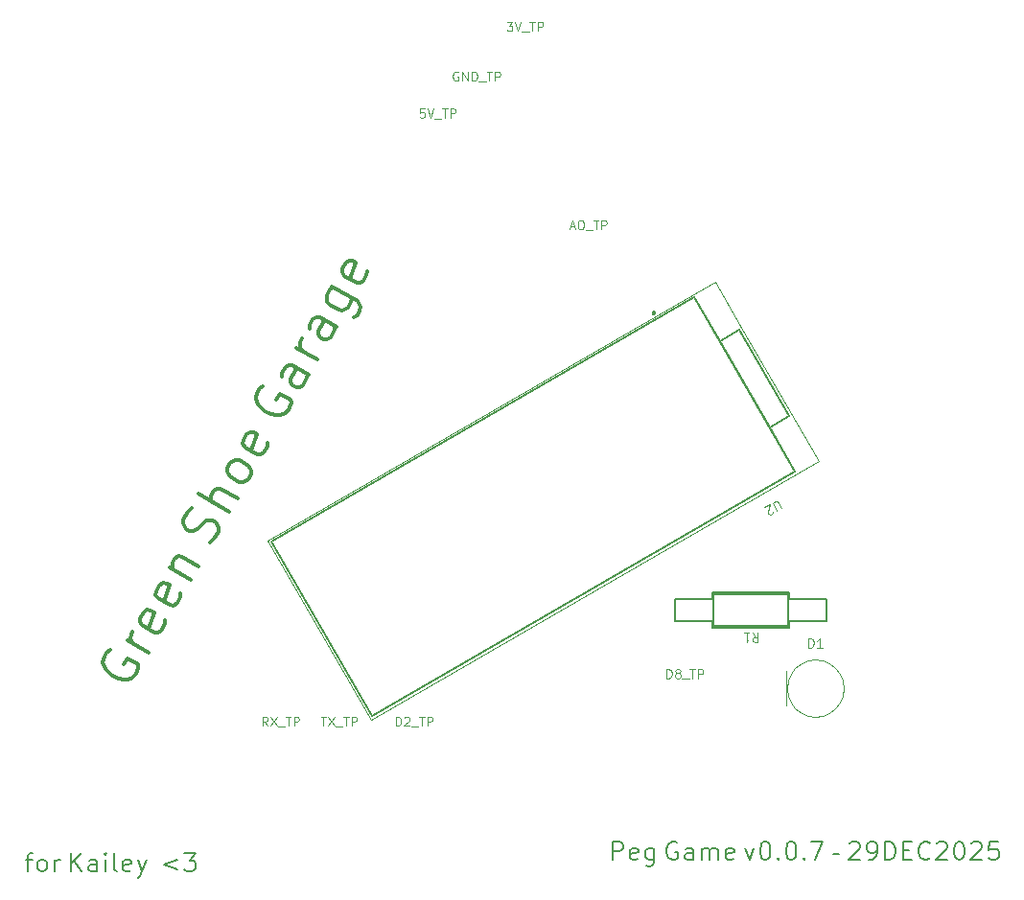
<source format=gbr>
%TF.GenerationSoftware,Flux,Pcbnew,9.0.6-9.0.6~ubuntu22.04.1*%
%TF.CreationDate,2025-12-30T03:11:03+00:00*%
%TF.ProjectId,input,696e7075-742e-46b6-9963-61645f706362,rev?*%
%TF.SameCoordinates,Original*%
%TF.FileFunction,Legend,Top*%
%TF.FilePolarity,Positive*%
%FSLAX46Y46*%
G04 Gerber Fmt 4.6, Leading zero omitted, Abs format (unit mm)*
G04 Filename: pegjumpinggamepcb-179b*
G04 Build it with Flux! Visit our site at: https://www.flux.ai (PCBNEW 9.0.6-9.0.6~ubuntu22.04.1) date 2025-12-30 03:11:03*
%MOMM*%
%LPD*%
G01*
G04 APERTURE LIST*
%ADD10C,0.190000*%
%ADD11C,0.380000*%
%ADD12C,0.095000*%
%ADD13C,0.120000*%
%ADD14C,0.200000*%
%ADD15C,0.127000*%
%ADD16C,0.050000*%
%ADD17C,0.152400*%
G04 APERTURE END LIST*
D10*
X425548880Y-206451943D02*
X426158404Y-206451943D01*
X425777452Y-207518610D02*
X425777452Y-206147181D01*
X425777452Y-206147181D02*
X425853642Y-205994800D01*
X425853642Y-205994800D02*
X426006023Y-205918610D01*
X426006023Y-205918610D02*
X426158404Y-205918610D01*
X426920309Y-207518610D02*
X426767928Y-207442420D01*
X426767928Y-207442420D02*
X426691738Y-207366229D01*
X426691738Y-207366229D02*
X426615547Y-207213848D01*
X426615547Y-207213848D02*
X426615547Y-206756705D01*
X426615547Y-206756705D02*
X426691738Y-206604324D01*
X426691738Y-206604324D02*
X426767928Y-206528134D01*
X426767928Y-206528134D02*
X426920309Y-206451943D01*
X426920309Y-206451943D02*
X427148881Y-206451943D01*
X427148881Y-206451943D02*
X427301262Y-206528134D01*
X427301262Y-206528134D02*
X427377452Y-206604324D01*
X427377452Y-206604324D02*
X427453643Y-206756705D01*
X427453643Y-206756705D02*
X427453643Y-207213848D01*
X427453643Y-207213848D02*
X427377452Y-207366229D01*
X427377452Y-207366229D02*
X427301262Y-207442420D01*
X427301262Y-207442420D02*
X427148881Y-207518610D01*
X427148881Y-207518610D02*
X426920309Y-207518610D01*
X428139357Y-207518610D02*
X428139357Y-206451943D01*
X428139357Y-206756705D02*
X428215547Y-206604324D01*
X428215547Y-206604324D02*
X428291738Y-206528134D01*
X428291738Y-206528134D02*
X428444119Y-206451943D01*
X428444119Y-206451943D02*
X428596500Y-206451943D01*
X429586976Y-207518610D02*
X429586976Y-205918610D01*
X430501262Y-207518610D02*
X429815547Y-206604324D01*
X430501262Y-205918610D02*
X429586976Y-206832896D01*
X431872690Y-207518610D02*
X431872690Y-206680515D01*
X431872690Y-206680515D02*
X431796500Y-206528134D01*
X431796500Y-206528134D02*
X431644119Y-206451943D01*
X431644119Y-206451943D02*
X431339357Y-206451943D01*
X431339357Y-206451943D02*
X431186976Y-206528134D01*
X431872690Y-207442420D02*
X431720309Y-207518610D01*
X431720309Y-207518610D02*
X431339357Y-207518610D01*
X431339357Y-207518610D02*
X431186976Y-207442420D01*
X431186976Y-207442420D02*
X431110785Y-207290039D01*
X431110785Y-207290039D02*
X431110785Y-207137658D01*
X431110785Y-207137658D02*
X431186976Y-206985277D01*
X431186976Y-206985277D02*
X431339357Y-206909086D01*
X431339357Y-206909086D02*
X431720309Y-206909086D01*
X431720309Y-206909086D02*
X431872690Y-206832896D01*
X432634595Y-207518610D02*
X432634595Y-206451943D01*
X432634595Y-205918610D02*
X432558404Y-205994800D01*
X432558404Y-205994800D02*
X432634595Y-206070991D01*
X432634595Y-206070991D02*
X432710785Y-205994800D01*
X432710785Y-205994800D02*
X432634595Y-205918610D01*
X432634595Y-205918610D02*
X432634595Y-206070991D01*
X433625071Y-207518610D02*
X433472690Y-207442420D01*
X433472690Y-207442420D02*
X433396500Y-207290039D01*
X433396500Y-207290039D02*
X433396500Y-205918610D01*
X434844119Y-207442420D02*
X434691738Y-207518610D01*
X434691738Y-207518610D02*
X434386976Y-207518610D01*
X434386976Y-207518610D02*
X434234595Y-207442420D01*
X434234595Y-207442420D02*
X434158404Y-207290039D01*
X434158404Y-207290039D02*
X434158404Y-206680515D01*
X434158404Y-206680515D02*
X434234595Y-206528134D01*
X434234595Y-206528134D02*
X434386976Y-206451943D01*
X434386976Y-206451943D02*
X434691738Y-206451943D01*
X434691738Y-206451943D02*
X434844119Y-206528134D01*
X434844119Y-206528134D02*
X434920309Y-206680515D01*
X434920309Y-206680515D02*
X434920309Y-206832896D01*
X434920309Y-206832896D02*
X434158404Y-206985277D01*
X435453643Y-206451943D02*
X435834595Y-207518610D01*
X436215548Y-206451943D02*
X435834595Y-207518610D01*
X435834595Y-207518610D02*
X435682214Y-207899562D01*
X435682214Y-207899562D02*
X435606024Y-207975753D01*
X435606024Y-207975753D02*
X435453643Y-208051943D01*
X438958406Y-206451943D02*
X437739358Y-206909086D01*
X437739358Y-206909086D02*
X438958406Y-207366229D01*
X439567929Y-205918610D02*
X440558405Y-205918610D01*
X440558405Y-205918610D02*
X440025072Y-206528134D01*
X440025072Y-206528134D02*
X440253643Y-206528134D01*
X440253643Y-206528134D02*
X440406024Y-206604324D01*
X440406024Y-206604324D02*
X440482215Y-206680515D01*
X440482215Y-206680515D02*
X440558405Y-206832896D01*
X440558405Y-206832896D02*
X440558405Y-207213848D01*
X440558405Y-207213848D02*
X440482215Y-207366229D01*
X440482215Y-207366229D02*
X440406024Y-207442420D01*
X440406024Y-207442420D02*
X440253643Y-207518610D01*
X440253643Y-207518610D02*
X439796500Y-207518610D01*
X439796500Y-207518610D02*
X439644119Y-207442420D01*
X439644119Y-207442420D02*
X439567929Y-207366229D01*
D11*
X433005866Y-187984442D02*
X432721520Y-188172183D01*
X432721520Y-188172183D02*
X432492948Y-188568080D01*
X432492948Y-188568080D02*
X432396343Y-189040168D01*
X432396343Y-189040168D02*
X432507893Y-189456480D01*
X432507893Y-189456480D02*
X432695634Y-189740827D01*
X432695634Y-189740827D02*
X433147307Y-190177555D01*
X433147307Y-190177555D02*
X433543204Y-190406126D01*
X433543204Y-190406126D02*
X434147258Y-190578922D01*
X434147258Y-190578922D02*
X434487380Y-190599338D01*
X434487380Y-190599338D02*
X434903692Y-190487787D01*
X434903692Y-190487787D02*
X435264230Y-190168080D01*
X435264230Y-190168080D02*
X435416611Y-189904149D01*
X435416611Y-189904149D02*
X435513216Y-189432061D01*
X435513216Y-189432061D02*
X435457441Y-189223904D01*
X435457441Y-189223904D02*
X434533680Y-188690571D01*
X434533680Y-188690571D02*
X434228919Y-189218434D01*
X436407087Y-188188593D02*
X434559566Y-187121927D01*
X435087429Y-187426689D02*
X434899688Y-187142342D01*
X434899688Y-187142342D02*
X434843913Y-186934186D01*
X434843913Y-186934186D02*
X434864328Y-186594064D01*
X434864328Y-186594064D02*
X435016709Y-186330132D01*
X437875121Y-185341122D02*
X437854706Y-185681244D01*
X437854706Y-185681244D02*
X437549944Y-186209107D01*
X437549944Y-186209107D02*
X437265597Y-186396848D01*
X437265597Y-186396848D02*
X436925475Y-186376433D01*
X436925475Y-186376433D02*
X435869749Y-185766909D01*
X435869749Y-185766909D02*
X435682008Y-185482563D01*
X435682008Y-185482563D02*
X435702423Y-185142440D01*
X435702423Y-185142440D02*
X436007185Y-184614577D01*
X436007185Y-184614577D02*
X436291531Y-184426836D01*
X436291531Y-184426836D02*
X436631653Y-184447251D01*
X436631653Y-184447251D02*
X436895585Y-184599632D01*
X436895585Y-184599632D02*
X436397612Y-186071671D01*
X439246549Y-182965738D02*
X439226134Y-183305860D01*
X439226134Y-183305860D02*
X438921372Y-183833723D01*
X438921372Y-183833723D02*
X438637025Y-184021464D01*
X438637025Y-184021464D02*
X438296903Y-184001049D01*
X438296903Y-184001049D02*
X437241177Y-183391525D01*
X437241177Y-183391525D02*
X437053436Y-183107179D01*
X437053436Y-183107179D02*
X437073851Y-182767057D01*
X437073851Y-182767057D02*
X437378613Y-182239194D01*
X437378613Y-182239194D02*
X437662960Y-182051452D01*
X437662960Y-182051452D02*
X438003082Y-182071868D01*
X438003082Y-182071868D02*
X438267014Y-182224249D01*
X438267014Y-182224249D02*
X437769040Y-183696287D01*
X438292899Y-180655604D02*
X440140420Y-181722271D01*
X438556830Y-180807985D02*
X438501055Y-180599829D01*
X438501055Y-180599829D02*
X438521470Y-180259707D01*
X438521470Y-180259707D02*
X438750042Y-179863810D01*
X438750042Y-179863810D02*
X439034388Y-179676069D01*
X439034388Y-179676069D02*
X439374510Y-179696484D01*
X439374510Y-179696484D02*
X440826134Y-180534579D01*
X441837025Y-178478902D02*
X442197563Y-178159195D01*
X442197563Y-178159195D02*
X442578515Y-177499366D01*
X442578515Y-177499366D02*
X442598930Y-177159244D01*
X442598930Y-177159244D02*
X442543155Y-176951088D01*
X442543155Y-176951088D02*
X442355414Y-176666741D01*
X442355414Y-176666741D02*
X442091482Y-176514360D01*
X442091482Y-176514360D02*
X441751360Y-176493945D01*
X441751360Y-176493945D02*
X441543204Y-176549720D01*
X441543204Y-176549720D02*
X441258857Y-176737461D01*
X441258857Y-176737461D02*
X440822130Y-177189134D01*
X440822130Y-177189134D02*
X440537783Y-177376875D01*
X440537783Y-177376875D02*
X440329627Y-177432650D01*
X440329627Y-177432650D02*
X439989505Y-177412235D01*
X439989505Y-177412235D02*
X439725573Y-177259854D01*
X439725573Y-177259854D02*
X439537832Y-176975507D01*
X439537832Y-176975507D02*
X439482057Y-176767351D01*
X439482057Y-176767351D02*
X439502472Y-176427229D01*
X439502472Y-176427229D02*
X439883424Y-175767400D01*
X439883424Y-175767400D02*
X440243961Y-175447693D01*
X443568991Y-175783811D02*
X440797710Y-174183811D01*
X444254706Y-174596119D02*
X442803082Y-173758024D01*
X442803082Y-173758024D02*
X442462960Y-173737609D01*
X442462960Y-173737609D02*
X442178613Y-173925350D01*
X442178613Y-173925350D02*
X441950042Y-174321247D01*
X441950042Y-174321247D02*
X441929627Y-174661369D01*
X441929627Y-174661369D02*
X441985402Y-174869525D01*
X445245182Y-172880564D02*
X444960835Y-173068305D01*
X444960835Y-173068305D02*
X444752679Y-173124080D01*
X444752679Y-173124080D02*
X444412557Y-173103665D01*
X444412557Y-173103665D02*
X443620762Y-172646522D01*
X443620762Y-172646522D02*
X443433021Y-172362176D01*
X443433021Y-172362176D02*
X443377246Y-172154019D01*
X443377246Y-172154019D02*
X443397661Y-171813897D01*
X443397661Y-171813897D02*
X443626232Y-171418000D01*
X443626232Y-171418000D02*
X443910579Y-171230259D01*
X443910579Y-171230259D02*
X444118735Y-171174484D01*
X444118735Y-171174484D02*
X444458857Y-171194899D01*
X444458857Y-171194899D02*
X445250652Y-171652042D01*
X445250652Y-171652042D02*
X445438393Y-171936388D01*
X445438393Y-171936388D02*
X445494168Y-172144545D01*
X445494168Y-172144545D02*
X445473753Y-172484667D01*
X445473753Y-172484667D02*
X445245182Y-172880564D01*
X446941787Y-169637195D02*
X446921372Y-169977317D01*
X446921372Y-169977317D02*
X446616610Y-170505180D01*
X446616610Y-170505180D02*
X446332263Y-170692921D01*
X446332263Y-170692921D02*
X445992141Y-170672506D01*
X445992141Y-170672506D02*
X444936415Y-170062982D01*
X444936415Y-170062982D02*
X444748674Y-169778635D01*
X444748674Y-169778635D02*
X444769089Y-169438513D01*
X444769089Y-169438513D02*
X445073851Y-168910650D01*
X445073851Y-168910650D02*
X445358198Y-168722909D01*
X445358198Y-168722909D02*
X445698320Y-168743324D01*
X445698320Y-168743324D02*
X445962252Y-168895705D01*
X445962252Y-168895705D02*
X445464278Y-170367744D01*
X446491580Y-164626500D02*
X446207234Y-164814241D01*
X446207234Y-164814241D02*
X445978662Y-165210138D01*
X445978662Y-165210138D02*
X445882057Y-165682226D01*
X445882057Y-165682226D02*
X445993607Y-166098539D01*
X445993607Y-166098539D02*
X446181348Y-166382885D01*
X446181348Y-166382885D02*
X446633021Y-166819613D01*
X446633021Y-166819613D02*
X447028918Y-167048184D01*
X447028918Y-167048184D02*
X447632972Y-167220981D01*
X447632972Y-167220981D02*
X447973094Y-167241396D01*
X447973094Y-167241396D02*
X448389406Y-167129845D01*
X448389406Y-167129845D02*
X448749944Y-166810138D01*
X448749944Y-166810138D02*
X448902325Y-166546207D01*
X448902325Y-166546207D02*
X448998930Y-166074119D01*
X448998930Y-166074119D02*
X448943155Y-165865963D01*
X448943155Y-165865963D02*
X448019394Y-165332629D01*
X448019394Y-165332629D02*
X447714633Y-165860492D01*
X450578515Y-163642960D02*
X449126891Y-162804864D01*
X449126891Y-162804864D02*
X448786769Y-162784449D01*
X448786769Y-162784449D02*
X448502423Y-162972190D01*
X448502423Y-162972190D02*
X448197661Y-163500053D01*
X448197661Y-163500053D02*
X448177246Y-163840175D01*
X450446549Y-163566769D02*
X450426134Y-163906891D01*
X450426134Y-163906891D02*
X450045182Y-164566720D01*
X450045182Y-164566720D02*
X449760835Y-164754461D01*
X449760835Y-164754461D02*
X449420713Y-164734046D01*
X449420713Y-164734046D02*
X449156781Y-164581665D01*
X449156781Y-164581665D02*
X448969040Y-164297318D01*
X448969040Y-164297318D02*
X448989455Y-163957196D01*
X448989455Y-163957196D02*
X449370408Y-163297367D01*
X449370408Y-163297367D02*
X449390823Y-162957245D01*
X451340420Y-162323302D02*
X449492899Y-161256635D01*
X450020762Y-161561397D02*
X449833021Y-161277050D01*
X449833021Y-161277050D02*
X449777246Y-161068894D01*
X449777246Y-161068894D02*
X449797661Y-160728772D01*
X449797661Y-160728772D02*
X449950042Y-160464841D01*
X453016610Y-159420055D02*
X451564986Y-158581960D01*
X451564986Y-158581960D02*
X451224864Y-158561545D01*
X451224864Y-158561545D02*
X450940518Y-158749286D01*
X450940518Y-158749286D02*
X450635756Y-159277149D01*
X450635756Y-159277149D02*
X450615341Y-159617271D01*
X452884644Y-159343865D02*
X452864229Y-159683987D01*
X452864229Y-159683987D02*
X452483277Y-160343816D01*
X452483277Y-160343816D02*
X452198930Y-160531557D01*
X452198930Y-160531557D02*
X451858808Y-160511142D01*
X451858808Y-160511142D02*
X451594876Y-160358761D01*
X451594876Y-160358761D02*
X451407135Y-160074414D01*
X451407135Y-160074414D02*
X451427550Y-159734292D01*
X451427550Y-159734292D02*
X451808503Y-159074463D01*
X451808503Y-159074463D02*
X451828918Y-158734341D01*
X452616708Y-155846039D02*
X454860126Y-157141277D01*
X454860126Y-157141277D02*
X455047867Y-157425624D01*
X455047867Y-157425624D02*
X455103643Y-157633780D01*
X455103643Y-157633780D02*
X455083228Y-157973902D01*
X455083228Y-157973902D02*
X454854656Y-158369799D01*
X454854656Y-158369799D02*
X454570309Y-158557540D01*
X454332263Y-156836515D02*
X454311848Y-157176637D01*
X454311848Y-157176637D02*
X454007086Y-157704500D01*
X454007086Y-157704500D02*
X453722739Y-157892241D01*
X453722739Y-157892241D02*
X453514583Y-157948017D01*
X453514583Y-157948017D02*
X453174461Y-157927601D01*
X453174461Y-157927601D02*
X452382666Y-157470459D01*
X452382666Y-157470459D02*
X452194925Y-157186112D01*
X452194925Y-157186112D02*
X452139150Y-156977956D01*
X452139150Y-156977956D02*
X452159565Y-156637834D01*
X452159565Y-156637834D02*
X452464327Y-156109970D01*
X452464327Y-156109970D02*
X452748674Y-155922229D01*
X455703692Y-154461131D02*
X455683277Y-154801253D01*
X455683277Y-154801253D02*
X455378515Y-155329116D01*
X455378515Y-155329116D02*
X455094168Y-155516857D01*
X455094168Y-155516857D02*
X454754046Y-155496442D01*
X454754046Y-155496442D02*
X453698320Y-154886918D01*
X453698320Y-154886918D02*
X453510579Y-154602572D01*
X453510579Y-154602572D02*
X453530994Y-154262450D01*
X453530994Y-154262450D02*
X453835756Y-153734587D01*
X453835756Y-153734587D02*
X454120102Y-153546846D01*
X454120102Y-153546846D02*
X454460224Y-153567261D01*
X454460224Y-153567261D02*
X454724156Y-153719642D01*
X454724156Y-153719642D02*
X454226183Y-155191680D01*
D10*
X477384752Y-206509310D02*
X477384752Y-204909310D01*
X477384752Y-204909310D02*
X477994276Y-204909310D01*
X477994276Y-204909310D02*
X478146657Y-204985500D01*
X478146657Y-204985500D02*
X478222847Y-205061691D01*
X478222847Y-205061691D02*
X478299038Y-205214072D01*
X478299038Y-205214072D02*
X478299038Y-205442643D01*
X478299038Y-205442643D02*
X478222847Y-205595024D01*
X478222847Y-205595024D02*
X478146657Y-205671215D01*
X478146657Y-205671215D02*
X477994276Y-205747405D01*
X477994276Y-205747405D02*
X477384752Y-205747405D01*
X479594276Y-206433120D02*
X479441895Y-206509310D01*
X479441895Y-206509310D02*
X479137133Y-206509310D01*
X479137133Y-206509310D02*
X478984752Y-206433120D01*
X478984752Y-206433120D02*
X478908561Y-206280739D01*
X478908561Y-206280739D02*
X478908561Y-205671215D01*
X478908561Y-205671215D02*
X478984752Y-205518834D01*
X478984752Y-205518834D02*
X479137133Y-205442643D01*
X479137133Y-205442643D02*
X479441895Y-205442643D01*
X479441895Y-205442643D02*
X479594276Y-205518834D01*
X479594276Y-205518834D02*
X479670466Y-205671215D01*
X479670466Y-205671215D02*
X479670466Y-205823596D01*
X479670466Y-205823596D02*
X478908561Y-205975977D01*
X481041895Y-205442643D02*
X481041895Y-206737881D01*
X481041895Y-206737881D02*
X480965705Y-206890262D01*
X480965705Y-206890262D02*
X480889514Y-206966453D01*
X480889514Y-206966453D02*
X480737133Y-207042643D01*
X480737133Y-207042643D02*
X480508562Y-207042643D01*
X480508562Y-207042643D02*
X480356181Y-206966453D01*
X481041895Y-206433120D02*
X480889514Y-206509310D01*
X480889514Y-206509310D02*
X480584752Y-206509310D01*
X480584752Y-206509310D02*
X480432371Y-206433120D01*
X480432371Y-206433120D02*
X480356181Y-206356929D01*
X480356181Y-206356929D02*
X480279990Y-206204548D01*
X480279990Y-206204548D02*
X480279990Y-205747405D01*
X480279990Y-205747405D02*
X480356181Y-205595024D01*
X480356181Y-205595024D02*
X480432371Y-205518834D01*
X480432371Y-205518834D02*
X480584752Y-205442643D01*
X480584752Y-205442643D02*
X480889514Y-205442643D01*
X480889514Y-205442643D02*
X481041895Y-205518834D01*
X483099038Y-204985500D02*
X482946657Y-204909310D01*
X482946657Y-204909310D02*
X482718086Y-204909310D01*
X482718086Y-204909310D02*
X482489514Y-204985500D01*
X482489514Y-204985500D02*
X482337133Y-205137881D01*
X482337133Y-205137881D02*
X482260943Y-205290262D01*
X482260943Y-205290262D02*
X482184752Y-205595024D01*
X482184752Y-205595024D02*
X482184752Y-205823596D01*
X482184752Y-205823596D02*
X482260943Y-206128358D01*
X482260943Y-206128358D02*
X482337133Y-206280739D01*
X482337133Y-206280739D02*
X482489514Y-206433120D01*
X482489514Y-206433120D02*
X482718086Y-206509310D01*
X482718086Y-206509310D02*
X482870467Y-206509310D01*
X482870467Y-206509310D02*
X483099038Y-206433120D01*
X483099038Y-206433120D02*
X483175229Y-206356929D01*
X483175229Y-206356929D02*
X483175229Y-205823596D01*
X483175229Y-205823596D02*
X482870467Y-205823596D01*
X484546657Y-206509310D02*
X484546657Y-205671215D01*
X484546657Y-205671215D02*
X484470467Y-205518834D01*
X484470467Y-205518834D02*
X484318086Y-205442643D01*
X484318086Y-205442643D02*
X484013324Y-205442643D01*
X484013324Y-205442643D02*
X483860943Y-205518834D01*
X484546657Y-206433120D02*
X484394276Y-206509310D01*
X484394276Y-206509310D02*
X484013324Y-206509310D01*
X484013324Y-206509310D02*
X483860943Y-206433120D01*
X483860943Y-206433120D02*
X483784752Y-206280739D01*
X483784752Y-206280739D02*
X483784752Y-206128358D01*
X483784752Y-206128358D02*
X483860943Y-205975977D01*
X483860943Y-205975977D02*
X484013324Y-205899786D01*
X484013324Y-205899786D02*
X484394276Y-205899786D01*
X484394276Y-205899786D02*
X484546657Y-205823596D01*
X485308562Y-206509310D02*
X485308562Y-205442643D01*
X485308562Y-205595024D02*
X485384752Y-205518834D01*
X485384752Y-205518834D02*
X485537133Y-205442643D01*
X485537133Y-205442643D02*
X485765705Y-205442643D01*
X485765705Y-205442643D02*
X485918086Y-205518834D01*
X485918086Y-205518834D02*
X485994276Y-205671215D01*
X485994276Y-205671215D02*
X485994276Y-206509310D01*
X485994276Y-205671215D02*
X486070467Y-205518834D01*
X486070467Y-205518834D02*
X486222848Y-205442643D01*
X486222848Y-205442643D02*
X486451419Y-205442643D01*
X486451419Y-205442643D02*
X486603800Y-205518834D01*
X486603800Y-205518834D02*
X486679990Y-205671215D01*
X486679990Y-205671215D02*
X486679990Y-206509310D01*
X488051419Y-206433120D02*
X487899038Y-206509310D01*
X487899038Y-206509310D02*
X487594276Y-206509310D01*
X487594276Y-206509310D02*
X487441895Y-206433120D01*
X487441895Y-206433120D02*
X487365704Y-206280739D01*
X487365704Y-206280739D02*
X487365704Y-205671215D01*
X487365704Y-205671215D02*
X487441895Y-205518834D01*
X487441895Y-205518834D02*
X487594276Y-205442643D01*
X487594276Y-205442643D02*
X487899038Y-205442643D01*
X487899038Y-205442643D02*
X488051419Y-205518834D01*
X488051419Y-205518834D02*
X488127609Y-205671215D01*
X488127609Y-205671215D02*
X488127609Y-205823596D01*
X488127609Y-205823596D02*
X487365704Y-205975977D01*
X489118086Y-205442643D02*
X489499038Y-206509310D01*
X489499038Y-206509310D02*
X489879991Y-205442643D01*
X490794277Y-204909310D02*
X490946658Y-204909310D01*
X490946658Y-204909310D02*
X491099039Y-204985500D01*
X491099039Y-204985500D02*
X491175229Y-205061691D01*
X491175229Y-205061691D02*
X491251420Y-205214072D01*
X491251420Y-205214072D02*
X491327610Y-205518834D01*
X491327610Y-205518834D02*
X491327610Y-205899786D01*
X491327610Y-205899786D02*
X491251420Y-206204548D01*
X491251420Y-206204548D02*
X491175229Y-206356929D01*
X491175229Y-206356929D02*
X491099039Y-206433120D01*
X491099039Y-206433120D02*
X490946658Y-206509310D01*
X490946658Y-206509310D02*
X490794277Y-206509310D01*
X490794277Y-206509310D02*
X490641896Y-206433120D01*
X490641896Y-206433120D02*
X490565705Y-206356929D01*
X490565705Y-206356929D02*
X490489515Y-206204548D01*
X490489515Y-206204548D02*
X490413324Y-205899786D01*
X490413324Y-205899786D02*
X490413324Y-205518834D01*
X490413324Y-205518834D02*
X490489515Y-205214072D01*
X490489515Y-205214072D02*
X490565705Y-205061691D01*
X490565705Y-205061691D02*
X490641896Y-204985500D01*
X490641896Y-204985500D02*
X490794277Y-204909310D01*
X492013325Y-206356929D02*
X492089515Y-206433120D01*
X492089515Y-206433120D02*
X492013325Y-206509310D01*
X492013325Y-206509310D02*
X491937134Y-206433120D01*
X491937134Y-206433120D02*
X492013325Y-206356929D01*
X492013325Y-206356929D02*
X492013325Y-206509310D01*
X493079992Y-204909310D02*
X493232373Y-204909310D01*
X493232373Y-204909310D02*
X493384754Y-204985500D01*
X493384754Y-204985500D02*
X493460944Y-205061691D01*
X493460944Y-205061691D02*
X493537135Y-205214072D01*
X493537135Y-205214072D02*
X493613325Y-205518834D01*
X493613325Y-205518834D02*
X493613325Y-205899786D01*
X493613325Y-205899786D02*
X493537135Y-206204548D01*
X493537135Y-206204548D02*
X493460944Y-206356929D01*
X493460944Y-206356929D02*
X493384754Y-206433120D01*
X493384754Y-206433120D02*
X493232373Y-206509310D01*
X493232373Y-206509310D02*
X493079992Y-206509310D01*
X493079992Y-206509310D02*
X492927611Y-206433120D01*
X492927611Y-206433120D02*
X492851420Y-206356929D01*
X492851420Y-206356929D02*
X492775230Y-206204548D01*
X492775230Y-206204548D02*
X492699039Y-205899786D01*
X492699039Y-205899786D02*
X492699039Y-205518834D01*
X492699039Y-205518834D02*
X492775230Y-205214072D01*
X492775230Y-205214072D02*
X492851420Y-205061691D01*
X492851420Y-205061691D02*
X492927611Y-204985500D01*
X492927611Y-204985500D02*
X493079992Y-204909310D01*
X494299040Y-206356929D02*
X494375230Y-206433120D01*
X494375230Y-206433120D02*
X494299040Y-206509310D01*
X494299040Y-206509310D02*
X494222849Y-206433120D01*
X494222849Y-206433120D02*
X494299040Y-206356929D01*
X494299040Y-206356929D02*
X494299040Y-206509310D01*
X494908564Y-204909310D02*
X495975231Y-204909310D01*
X495975231Y-204909310D02*
X495289516Y-206509310D01*
X496889517Y-205975977D02*
X497346660Y-205975977D01*
X498337136Y-205061691D02*
X498413327Y-204985500D01*
X498413327Y-204985500D02*
X498565708Y-204909310D01*
X498565708Y-204909310D02*
X498946660Y-204909310D01*
X498946660Y-204909310D02*
X499099041Y-204985500D01*
X499099041Y-204985500D02*
X499175232Y-205061691D01*
X499175232Y-205061691D02*
X499251422Y-205214072D01*
X499251422Y-205214072D02*
X499251422Y-205366453D01*
X499251422Y-205366453D02*
X499175232Y-205595024D01*
X499175232Y-205595024D02*
X498260946Y-206509310D01*
X498260946Y-206509310D02*
X499251422Y-206509310D01*
X500013327Y-206509310D02*
X500318089Y-206509310D01*
X500318089Y-206509310D02*
X500470470Y-206433120D01*
X500470470Y-206433120D02*
X500546661Y-206356929D01*
X500546661Y-206356929D02*
X500699042Y-206128358D01*
X500699042Y-206128358D02*
X500775232Y-205823596D01*
X500775232Y-205823596D02*
X500775232Y-205214072D01*
X500775232Y-205214072D02*
X500699042Y-205061691D01*
X500699042Y-205061691D02*
X500622851Y-204985500D01*
X500622851Y-204985500D02*
X500470470Y-204909310D01*
X500470470Y-204909310D02*
X500165708Y-204909310D01*
X500165708Y-204909310D02*
X500013327Y-204985500D01*
X500013327Y-204985500D02*
X499937137Y-205061691D01*
X499937137Y-205061691D02*
X499860946Y-205214072D01*
X499860946Y-205214072D02*
X499860946Y-205595024D01*
X499860946Y-205595024D02*
X499937137Y-205747405D01*
X499937137Y-205747405D02*
X500013327Y-205823596D01*
X500013327Y-205823596D02*
X500165708Y-205899786D01*
X500165708Y-205899786D02*
X500470470Y-205899786D01*
X500470470Y-205899786D02*
X500622851Y-205823596D01*
X500622851Y-205823596D02*
X500699042Y-205747405D01*
X500699042Y-205747405D02*
X500775232Y-205595024D01*
X501460947Y-206509310D02*
X501460947Y-204909310D01*
X501460947Y-204909310D02*
X501841899Y-204909310D01*
X501841899Y-204909310D02*
X502070471Y-204985500D01*
X502070471Y-204985500D02*
X502222852Y-205137881D01*
X502222852Y-205137881D02*
X502299042Y-205290262D01*
X502299042Y-205290262D02*
X502375233Y-205595024D01*
X502375233Y-205595024D02*
X502375233Y-205823596D01*
X502375233Y-205823596D02*
X502299042Y-206128358D01*
X502299042Y-206128358D02*
X502222852Y-206280739D01*
X502222852Y-206280739D02*
X502070471Y-206433120D01*
X502070471Y-206433120D02*
X501841899Y-206509310D01*
X501841899Y-206509310D02*
X501460947Y-206509310D01*
X503060947Y-205671215D02*
X503594280Y-205671215D01*
X503822852Y-206509310D02*
X503060947Y-206509310D01*
X503060947Y-206509310D02*
X503060947Y-204909310D01*
X503060947Y-204909310D02*
X503822852Y-204909310D01*
X505422852Y-206356929D02*
X505346661Y-206433120D01*
X505346661Y-206433120D02*
X505118090Y-206509310D01*
X505118090Y-206509310D02*
X504965709Y-206509310D01*
X504965709Y-206509310D02*
X504737137Y-206433120D01*
X504737137Y-206433120D02*
X504584756Y-206280739D01*
X504584756Y-206280739D02*
X504508566Y-206128358D01*
X504508566Y-206128358D02*
X504432375Y-205823596D01*
X504432375Y-205823596D02*
X504432375Y-205595024D01*
X504432375Y-205595024D02*
X504508566Y-205290262D01*
X504508566Y-205290262D02*
X504584756Y-205137881D01*
X504584756Y-205137881D02*
X504737137Y-204985500D01*
X504737137Y-204985500D02*
X504965709Y-204909310D01*
X504965709Y-204909310D02*
X505118090Y-204909310D01*
X505118090Y-204909310D02*
X505346661Y-204985500D01*
X505346661Y-204985500D02*
X505422852Y-205061691D01*
X506032375Y-205061691D02*
X506108566Y-204985500D01*
X506108566Y-204985500D02*
X506260947Y-204909310D01*
X506260947Y-204909310D02*
X506641899Y-204909310D01*
X506641899Y-204909310D02*
X506794280Y-204985500D01*
X506794280Y-204985500D02*
X506870471Y-205061691D01*
X506870471Y-205061691D02*
X506946661Y-205214072D01*
X506946661Y-205214072D02*
X506946661Y-205366453D01*
X506946661Y-205366453D02*
X506870471Y-205595024D01*
X506870471Y-205595024D02*
X505956185Y-206509310D01*
X505956185Y-206509310D02*
X506946661Y-206509310D01*
X507937138Y-204909310D02*
X508089519Y-204909310D01*
X508089519Y-204909310D02*
X508241900Y-204985500D01*
X508241900Y-204985500D02*
X508318090Y-205061691D01*
X508318090Y-205061691D02*
X508394281Y-205214072D01*
X508394281Y-205214072D02*
X508470471Y-205518834D01*
X508470471Y-205518834D02*
X508470471Y-205899786D01*
X508470471Y-205899786D02*
X508394281Y-206204548D01*
X508394281Y-206204548D02*
X508318090Y-206356929D01*
X508318090Y-206356929D02*
X508241900Y-206433120D01*
X508241900Y-206433120D02*
X508089519Y-206509310D01*
X508089519Y-206509310D02*
X507937138Y-206509310D01*
X507937138Y-206509310D02*
X507784757Y-206433120D01*
X507784757Y-206433120D02*
X507708566Y-206356929D01*
X507708566Y-206356929D02*
X507632376Y-206204548D01*
X507632376Y-206204548D02*
X507556185Y-205899786D01*
X507556185Y-205899786D02*
X507556185Y-205518834D01*
X507556185Y-205518834D02*
X507632376Y-205214072D01*
X507632376Y-205214072D02*
X507708566Y-205061691D01*
X507708566Y-205061691D02*
X507784757Y-204985500D01*
X507784757Y-204985500D02*
X507937138Y-204909310D01*
X509079995Y-205061691D02*
X509156186Y-204985500D01*
X509156186Y-204985500D02*
X509308567Y-204909310D01*
X509308567Y-204909310D02*
X509689519Y-204909310D01*
X509689519Y-204909310D02*
X509841900Y-204985500D01*
X509841900Y-204985500D02*
X509918091Y-205061691D01*
X509918091Y-205061691D02*
X509994281Y-205214072D01*
X509994281Y-205214072D02*
X509994281Y-205366453D01*
X509994281Y-205366453D02*
X509918091Y-205595024D01*
X509918091Y-205595024D02*
X509003805Y-206509310D01*
X509003805Y-206509310D02*
X509994281Y-206509310D01*
X511441901Y-204909310D02*
X510679996Y-204909310D01*
X510679996Y-204909310D02*
X510603805Y-205671215D01*
X510603805Y-205671215D02*
X510679996Y-205595024D01*
X510679996Y-205595024D02*
X510832377Y-205518834D01*
X510832377Y-205518834D02*
X511213329Y-205518834D01*
X511213329Y-205518834D02*
X511365710Y-205595024D01*
X511365710Y-205595024D02*
X511441901Y-205671215D01*
X511441901Y-205671215D02*
X511518091Y-205823596D01*
X511518091Y-205823596D02*
X511518091Y-206204548D01*
X511518091Y-206204548D02*
X511441901Y-206356929D01*
X511441901Y-206356929D02*
X511365710Y-206433120D01*
X511365710Y-206433120D02*
X511213329Y-206509310D01*
X511213329Y-206509310D02*
X510832377Y-206509310D01*
X510832377Y-206509310D02*
X510679996Y-206433120D01*
X510679996Y-206433120D02*
X510603805Y-206356929D01*
D12*
X482157800Y-190446555D02*
X482157800Y-189646555D01*
X482157800Y-189646555D02*
X482348276Y-189646555D01*
X482348276Y-189646555D02*
X482462562Y-189684650D01*
X482462562Y-189684650D02*
X482538752Y-189760840D01*
X482538752Y-189760840D02*
X482576847Y-189837031D01*
X482576847Y-189837031D02*
X482614943Y-189989412D01*
X482614943Y-189989412D02*
X482614943Y-190103698D01*
X482614943Y-190103698D02*
X482576847Y-190256079D01*
X482576847Y-190256079D02*
X482538752Y-190332269D01*
X482538752Y-190332269D02*
X482462562Y-190408460D01*
X482462562Y-190408460D02*
X482348276Y-190446555D01*
X482348276Y-190446555D02*
X482157800Y-190446555D01*
X483072085Y-189989412D02*
X482995895Y-189951317D01*
X482995895Y-189951317D02*
X482957800Y-189913221D01*
X482957800Y-189913221D02*
X482919704Y-189837031D01*
X482919704Y-189837031D02*
X482919704Y-189798936D01*
X482919704Y-189798936D02*
X482957800Y-189722745D01*
X482957800Y-189722745D02*
X482995895Y-189684650D01*
X482995895Y-189684650D02*
X483072085Y-189646555D01*
X483072085Y-189646555D02*
X483224466Y-189646555D01*
X483224466Y-189646555D02*
X483300657Y-189684650D01*
X483300657Y-189684650D02*
X483338752Y-189722745D01*
X483338752Y-189722745D02*
X483376847Y-189798936D01*
X483376847Y-189798936D02*
X483376847Y-189837031D01*
X483376847Y-189837031D02*
X483338752Y-189913221D01*
X483338752Y-189913221D02*
X483300657Y-189951317D01*
X483300657Y-189951317D02*
X483224466Y-189989412D01*
X483224466Y-189989412D02*
X483072085Y-189989412D01*
X483072085Y-189989412D02*
X482995895Y-190027507D01*
X482995895Y-190027507D02*
X482957800Y-190065602D01*
X482957800Y-190065602D02*
X482919704Y-190141793D01*
X482919704Y-190141793D02*
X482919704Y-190294174D01*
X482919704Y-190294174D02*
X482957800Y-190370364D01*
X482957800Y-190370364D02*
X482995895Y-190408460D01*
X482995895Y-190408460D02*
X483072085Y-190446555D01*
X483072085Y-190446555D02*
X483224466Y-190446555D01*
X483224466Y-190446555D02*
X483300657Y-190408460D01*
X483300657Y-190408460D02*
X483338752Y-190370364D01*
X483338752Y-190370364D02*
X483376847Y-190294174D01*
X483376847Y-190294174D02*
X483376847Y-190141793D01*
X483376847Y-190141793D02*
X483338752Y-190065602D01*
X483338752Y-190065602D02*
X483300657Y-190027507D01*
X483300657Y-190027507D02*
X483224466Y-189989412D01*
X483529229Y-190522745D02*
X484138752Y-190522745D01*
X484214943Y-189646555D02*
X484672086Y-189646555D01*
X484443514Y-190446555D02*
X484443514Y-189646555D01*
X484938753Y-190446555D02*
X484938753Y-189646555D01*
X484938753Y-189646555D02*
X485243515Y-189646555D01*
X485243515Y-189646555D02*
X485319705Y-189684650D01*
X485319705Y-189684650D02*
X485357800Y-189722745D01*
X485357800Y-189722745D02*
X485395896Y-189798936D01*
X485395896Y-189798936D02*
X485395896Y-189913221D01*
X485395896Y-189913221D02*
X485357800Y-189989412D01*
X485357800Y-189989412D02*
X485319705Y-190027507D01*
X485319705Y-190027507D02*
X485243515Y-190065602D01*
X485243515Y-190065602D02*
X484938753Y-190065602D01*
X494704824Y-187732855D02*
X494704824Y-186932855D01*
X494704824Y-186932855D02*
X494895300Y-186932855D01*
X494895300Y-186932855D02*
X495009586Y-186970950D01*
X495009586Y-186970950D02*
X495085776Y-187047140D01*
X495085776Y-187047140D02*
X495123871Y-187123331D01*
X495123871Y-187123331D02*
X495161967Y-187275712D01*
X495161967Y-187275712D02*
X495161967Y-187389998D01*
X495161967Y-187389998D02*
X495123871Y-187542379D01*
X495123871Y-187542379D02*
X495085776Y-187618569D01*
X495085776Y-187618569D02*
X495009586Y-187694760D01*
X495009586Y-187694760D02*
X494895300Y-187732855D01*
X494895300Y-187732855D02*
X494704824Y-187732855D01*
X495923871Y-187732855D02*
X495466728Y-187732855D01*
X495695300Y-187732855D02*
X495695300Y-186932855D01*
X495695300Y-186932855D02*
X495619109Y-187047140D01*
X495619109Y-187047140D02*
X495542919Y-187123331D01*
X495542919Y-187123331D02*
X495466728Y-187161426D01*
X463761252Y-136928250D02*
X463685062Y-136890155D01*
X463685062Y-136890155D02*
X463570776Y-136890155D01*
X463570776Y-136890155D02*
X463456490Y-136928250D01*
X463456490Y-136928250D02*
X463380300Y-137004440D01*
X463380300Y-137004440D02*
X463342205Y-137080631D01*
X463342205Y-137080631D02*
X463304109Y-137233012D01*
X463304109Y-137233012D02*
X463304109Y-137347298D01*
X463304109Y-137347298D02*
X463342205Y-137499679D01*
X463342205Y-137499679D02*
X463380300Y-137575869D01*
X463380300Y-137575869D02*
X463456490Y-137652060D01*
X463456490Y-137652060D02*
X463570776Y-137690155D01*
X463570776Y-137690155D02*
X463646967Y-137690155D01*
X463646967Y-137690155D02*
X463761252Y-137652060D01*
X463761252Y-137652060D02*
X463799348Y-137613964D01*
X463799348Y-137613964D02*
X463799348Y-137347298D01*
X463799348Y-137347298D02*
X463646967Y-137347298D01*
X464142205Y-137690155D02*
X464142205Y-136890155D01*
X464142205Y-136890155D02*
X464599348Y-137690155D01*
X464599348Y-137690155D02*
X464599348Y-136890155D01*
X464980300Y-137690155D02*
X464980300Y-136890155D01*
X464980300Y-136890155D02*
X465170776Y-136890155D01*
X465170776Y-136890155D02*
X465285062Y-136928250D01*
X465285062Y-136928250D02*
X465361252Y-137004440D01*
X465361252Y-137004440D02*
X465399347Y-137080631D01*
X465399347Y-137080631D02*
X465437443Y-137233012D01*
X465437443Y-137233012D02*
X465437443Y-137347298D01*
X465437443Y-137347298D02*
X465399347Y-137499679D01*
X465399347Y-137499679D02*
X465361252Y-137575869D01*
X465361252Y-137575869D02*
X465285062Y-137652060D01*
X465285062Y-137652060D02*
X465170776Y-137690155D01*
X465170776Y-137690155D02*
X464980300Y-137690155D01*
X465589824Y-137766345D02*
X466199347Y-137766345D01*
X466275538Y-136890155D02*
X466732681Y-136890155D01*
X466504109Y-137690155D02*
X466504109Y-136890155D01*
X466999348Y-137690155D02*
X466999348Y-136890155D01*
X466999348Y-136890155D02*
X467304110Y-136890155D01*
X467304110Y-136890155D02*
X467380300Y-136928250D01*
X467380300Y-136928250D02*
X467418395Y-136966345D01*
X467418395Y-136966345D02*
X467456491Y-137042536D01*
X467456491Y-137042536D02*
X467456491Y-137156821D01*
X467456491Y-137156821D02*
X467418395Y-137233012D01*
X467418395Y-137233012D02*
X467380300Y-137271107D01*
X467380300Y-137271107D02*
X467304110Y-137309202D01*
X467304110Y-137309202D02*
X466999348Y-137309202D01*
X492305100Y-175410234D02*
X491981290Y-174849380D01*
X491981290Y-174849380D02*
X491910204Y-174802444D01*
X491910204Y-174802444D02*
X491858165Y-174788501D01*
X491858165Y-174788501D02*
X491773134Y-174793604D01*
X491773134Y-174793604D02*
X491641168Y-174869795D01*
X491641168Y-174869795D02*
X491594233Y-174940882D01*
X491594233Y-174940882D02*
X491580289Y-174992921D01*
X491580289Y-174992921D02*
X491585393Y-175077951D01*
X491585393Y-175077951D02*
X491909203Y-175638806D01*
X491574185Y-175744251D02*
X491560241Y-175796290D01*
X491560241Y-175796290D02*
X491513306Y-175867377D01*
X491513306Y-175867377D02*
X491348348Y-175962615D01*
X491348348Y-175962615D02*
X491263318Y-175967719D01*
X491263318Y-175967719D02*
X491211279Y-175953775D01*
X491211279Y-175953775D02*
X491140192Y-175906840D01*
X491140192Y-175906840D02*
X491102097Y-175840857D01*
X491102097Y-175840857D02*
X491077945Y-175722835D01*
X491077945Y-175722835D02*
X491245271Y-175098366D01*
X491245271Y-175098366D02*
X490816383Y-175345985D01*
X473634652Y-150560883D02*
X474015605Y-150560883D01*
X473558462Y-150789455D02*
X473825129Y-149989455D01*
X473825129Y-149989455D02*
X474091795Y-150789455D01*
X474510843Y-149989455D02*
X474663224Y-149989455D01*
X474663224Y-149989455D02*
X474739414Y-150027550D01*
X474739414Y-150027550D02*
X474815605Y-150103740D01*
X474815605Y-150103740D02*
X474853700Y-150256121D01*
X474853700Y-150256121D02*
X474853700Y-150522788D01*
X474853700Y-150522788D02*
X474815605Y-150675169D01*
X474815605Y-150675169D02*
X474739414Y-150751360D01*
X474739414Y-150751360D02*
X474663224Y-150789455D01*
X474663224Y-150789455D02*
X474510843Y-150789455D01*
X474510843Y-150789455D02*
X474434652Y-150751360D01*
X474434652Y-150751360D02*
X474358462Y-150675169D01*
X474358462Y-150675169D02*
X474320366Y-150522788D01*
X474320366Y-150522788D02*
X474320366Y-150256121D01*
X474320366Y-150256121D02*
X474358462Y-150103740D01*
X474358462Y-150103740D02*
X474434652Y-150027550D01*
X474434652Y-150027550D02*
X474510843Y-149989455D01*
X475006081Y-150865645D02*
X475615604Y-150865645D01*
X475691795Y-149989455D02*
X476148938Y-149989455D01*
X475920366Y-150789455D02*
X475920366Y-149989455D01*
X476415605Y-150789455D02*
X476415605Y-149989455D01*
X476415605Y-149989455D02*
X476720367Y-149989455D01*
X476720367Y-149989455D02*
X476796557Y-150027550D01*
X476796557Y-150027550D02*
X476834652Y-150065645D01*
X476834652Y-150065645D02*
X476872748Y-150141836D01*
X476872748Y-150141836D02*
X476872748Y-150256121D01*
X476872748Y-150256121D02*
X476834652Y-150332312D01*
X476834652Y-150332312D02*
X476796557Y-150370407D01*
X476796557Y-150370407D02*
X476720367Y-150408502D01*
X476720367Y-150408502D02*
X476415605Y-150408502D01*
X451637652Y-193861855D02*
X452094795Y-193861855D01*
X451866223Y-194661855D02*
X451866223Y-193861855D01*
X452285271Y-193861855D02*
X452818605Y-194661855D01*
X452818605Y-193861855D02*
X452285271Y-194661855D01*
X452932891Y-194738045D02*
X453542414Y-194738045D01*
X453618605Y-193861855D02*
X454075748Y-193861855D01*
X453847176Y-194661855D02*
X453847176Y-193861855D01*
X454342415Y-194661855D02*
X454342415Y-193861855D01*
X454342415Y-193861855D02*
X454647177Y-193861855D01*
X454647177Y-193861855D02*
X454723367Y-193899950D01*
X454723367Y-193899950D02*
X454761462Y-193938045D01*
X454761462Y-193938045D02*
X454799558Y-194014236D01*
X454799558Y-194014236D02*
X454799558Y-194128521D01*
X454799558Y-194128521D02*
X454761462Y-194204712D01*
X454761462Y-194204712D02*
X454723367Y-194242807D01*
X454723367Y-194242807D02*
X454647177Y-194280902D01*
X454647177Y-194280902D02*
X454342415Y-194280902D01*
X468056452Y-132479255D02*
X468551690Y-132479255D01*
X468551690Y-132479255D02*
X468285024Y-132784017D01*
X468285024Y-132784017D02*
X468399309Y-132784017D01*
X468399309Y-132784017D02*
X468475500Y-132822112D01*
X468475500Y-132822112D02*
X468513595Y-132860207D01*
X468513595Y-132860207D02*
X468551690Y-132936398D01*
X468551690Y-132936398D02*
X468551690Y-133126874D01*
X468551690Y-133126874D02*
X468513595Y-133203064D01*
X468513595Y-133203064D02*
X468475500Y-133241160D01*
X468475500Y-133241160D02*
X468399309Y-133279255D01*
X468399309Y-133279255D02*
X468170738Y-133279255D01*
X468170738Y-133279255D02*
X468094547Y-133241160D01*
X468094547Y-133241160D02*
X468056452Y-133203064D01*
X468780262Y-132479255D02*
X469046929Y-133279255D01*
X469046929Y-133279255D02*
X469313595Y-132479255D01*
X469389786Y-133355445D02*
X469999309Y-133355445D01*
X470075500Y-132479255D02*
X470532643Y-132479255D01*
X470304071Y-133279255D02*
X470304071Y-132479255D01*
X470799310Y-133279255D02*
X470799310Y-132479255D01*
X470799310Y-132479255D02*
X471104072Y-132479255D01*
X471104072Y-132479255D02*
X471180262Y-132517350D01*
X471180262Y-132517350D02*
X471218357Y-132555445D01*
X471218357Y-132555445D02*
X471256453Y-132631636D01*
X471256453Y-132631636D02*
X471256453Y-132745921D01*
X471256453Y-132745921D02*
X471218357Y-132822112D01*
X471218357Y-132822112D02*
X471180262Y-132860207D01*
X471180262Y-132860207D02*
X471104072Y-132898302D01*
X471104072Y-132898302D02*
X470799310Y-132898302D01*
X458255800Y-194661855D02*
X458255800Y-193861855D01*
X458255800Y-193861855D02*
X458446276Y-193861855D01*
X458446276Y-193861855D02*
X458560562Y-193899950D01*
X458560562Y-193899950D02*
X458636752Y-193976140D01*
X458636752Y-193976140D02*
X458674847Y-194052331D01*
X458674847Y-194052331D02*
X458712943Y-194204712D01*
X458712943Y-194204712D02*
X458712943Y-194318998D01*
X458712943Y-194318998D02*
X458674847Y-194471379D01*
X458674847Y-194471379D02*
X458636752Y-194547569D01*
X458636752Y-194547569D02*
X458560562Y-194623760D01*
X458560562Y-194623760D02*
X458446276Y-194661855D01*
X458446276Y-194661855D02*
X458255800Y-194661855D01*
X459017704Y-193938045D02*
X459055800Y-193899950D01*
X459055800Y-193899950D02*
X459131990Y-193861855D01*
X459131990Y-193861855D02*
X459322466Y-193861855D01*
X459322466Y-193861855D02*
X459398657Y-193899950D01*
X459398657Y-193899950D02*
X459436752Y-193938045D01*
X459436752Y-193938045D02*
X459474847Y-194014236D01*
X459474847Y-194014236D02*
X459474847Y-194090426D01*
X459474847Y-194090426D02*
X459436752Y-194204712D01*
X459436752Y-194204712D02*
X458979609Y-194661855D01*
X458979609Y-194661855D02*
X459474847Y-194661855D01*
X459627229Y-194738045D02*
X460236752Y-194738045D01*
X460312943Y-193861855D02*
X460770086Y-193861855D01*
X460541514Y-194661855D02*
X460541514Y-193861855D01*
X461036753Y-194661855D02*
X461036753Y-193861855D01*
X461036753Y-193861855D02*
X461341515Y-193861855D01*
X461341515Y-193861855D02*
X461417705Y-193899950D01*
X461417705Y-193899950D02*
X461455800Y-193938045D01*
X461455800Y-193938045D02*
X461493896Y-194014236D01*
X461493896Y-194014236D02*
X461493896Y-194128521D01*
X461493896Y-194128521D02*
X461455800Y-194204712D01*
X461455800Y-194204712D02*
X461417705Y-194242807D01*
X461417705Y-194242807D02*
X461341515Y-194280902D01*
X461341515Y-194280902D02*
X461036753Y-194280902D01*
X460788295Y-140129055D02*
X460407343Y-140129055D01*
X460407343Y-140129055D02*
X460369247Y-140510007D01*
X460369247Y-140510007D02*
X460407343Y-140471912D01*
X460407343Y-140471912D02*
X460483533Y-140433817D01*
X460483533Y-140433817D02*
X460674009Y-140433817D01*
X460674009Y-140433817D02*
X460750200Y-140471912D01*
X460750200Y-140471912D02*
X460788295Y-140510007D01*
X460788295Y-140510007D02*
X460826390Y-140586198D01*
X460826390Y-140586198D02*
X460826390Y-140776674D01*
X460826390Y-140776674D02*
X460788295Y-140852864D01*
X460788295Y-140852864D02*
X460750200Y-140890960D01*
X460750200Y-140890960D02*
X460674009Y-140929055D01*
X460674009Y-140929055D02*
X460483533Y-140929055D01*
X460483533Y-140929055D02*
X460407343Y-140890960D01*
X460407343Y-140890960D02*
X460369247Y-140852864D01*
X461054962Y-140129055D02*
X461321629Y-140929055D01*
X461321629Y-140929055D02*
X461588295Y-140129055D01*
X461664486Y-141005245D02*
X462274009Y-141005245D01*
X462350200Y-140129055D02*
X462807343Y-140129055D01*
X462578771Y-140929055D02*
X462578771Y-140129055D01*
X463074010Y-140929055D02*
X463074010Y-140129055D01*
X463074010Y-140129055D02*
X463378772Y-140129055D01*
X463378772Y-140129055D02*
X463454962Y-140167150D01*
X463454962Y-140167150D02*
X463493057Y-140205245D01*
X463493057Y-140205245D02*
X463531153Y-140281436D01*
X463531153Y-140281436D02*
X463531153Y-140395721D01*
X463531153Y-140395721D02*
X463493057Y-140471912D01*
X463493057Y-140471912D02*
X463454962Y-140510007D01*
X463454962Y-140510007D02*
X463378772Y-140548102D01*
X463378772Y-140548102D02*
X463074010Y-140548102D01*
X446927243Y-194661855D02*
X446660576Y-194280902D01*
X446470100Y-194661855D02*
X446470100Y-193861855D01*
X446470100Y-193861855D02*
X446774862Y-193861855D01*
X446774862Y-193861855D02*
X446851052Y-193899950D01*
X446851052Y-193899950D02*
X446889147Y-193938045D01*
X446889147Y-193938045D02*
X446927243Y-194014236D01*
X446927243Y-194014236D02*
X446927243Y-194128521D01*
X446927243Y-194128521D02*
X446889147Y-194204712D01*
X446889147Y-194204712D02*
X446851052Y-194242807D01*
X446851052Y-194242807D02*
X446774862Y-194280902D01*
X446774862Y-194280902D02*
X446470100Y-194280902D01*
X447193909Y-193861855D02*
X447727243Y-194661855D01*
X447727243Y-193861855D02*
X447193909Y-194661855D01*
X447841529Y-194738045D02*
X448451052Y-194738045D01*
X448527243Y-193861855D02*
X448984386Y-193861855D01*
X448755814Y-194661855D02*
X448755814Y-193861855D01*
X449251053Y-194661855D02*
X449251053Y-193861855D01*
X449251053Y-193861855D02*
X449555815Y-193861855D01*
X449555815Y-193861855D02*
X449632005Y-193899950D01*
X449632005Y-193899950D02*
X449670100Y-193938045D01*
X449670100Y-193938045D02*
X449708196Y-194014236D01*
X449708196Y-194014236D02*
X449708196Y-194128521D01*
X449708196Y-194128521D02*
X449670100Y-194204712D01*
X449670100Y-194204712D02*
X449632005Y-194242807D01*
X449632005Y-194242807D02*
X449555815Y-194280902D01*
X449555815Y-194280902D02*
X449251053Y-194280902D01*
X489751826Y-186460429D02*
X490018493Y-186841382D01*
X490208969Y-186460429D02*
X490208969Y-187260429D01*
X490208969Y-187260429D02*
X489904207Y-187260429D01*
X489904207Y-187260429D02*
X489828017Y-187222334D01*
X489828017Y-187222334D02*
X489789922Y-187184239D01*
X489789922Y-187184239D02*
X489751826Y-187108048D01*
X489751826Y-187108048D02*
X489751826Y-186993763D01*
X489751826Y-186993763D02*
X489789922Y-186917572D01*
X489789922Y-186917572D02*
X489828017Y-186879477D01*
X489828017Y-186879477D02*
X489904207Y-186841382D01*
X489904207Y-186841382D02*
X490208969Y-186841382D01*
X488989922Y-186460429D02*
X489447065Y-186460429D01*
X489218493Y-186460429D02*
X489218493Y-187260429D01*
X489218493Y-187260429D02*
X489294684Y-187146144D01*
X489294684Y-187146144D02*
X489370874Y-187069953D01*
X489370874Y-187069953D02*
X489447065Y-187031858D01*
D13*
%TO.C,*%
X497795300Y-191327700D02*
X497710115Y-191974748D01*
X497710115Y-191974748D02*
X497460364Y-192577700D01*
X497460364Y-192577700D02*
X497063067Y-193095467D01*
X497063067Y-193095467D02*
X496545300Y-193492764D01*
X496545300Y-193492764D02*
X495942348Y-193742515D01*
X495942348Y-193742515D02*
X495295300Y-193827700D01*
X495295300Y-193827700D02*
X494648252Y-193742515D01*
X494648252Y-193742515D02*
X494045300Y-193492764D01*
X494045300Y-193492764D02*
X493527533Y-193095467D01*
X493527533Y-193095467D02*
X493130236Y-192577700D01*
X493130236Y-192577700D02*
X492880485Y-191974748D01*
X492880485Y-191974748D02*
X492795300Y-191327700D01*
X492795300Y-191327700D02*
X492880485Y-190680652D01*
X492880485Y-190680652D02*
X493130236Y-190077700D01*
X493130236Y-190077700D02*
X493527533Y-189559933D01*
X493527533Y-189559933D02*
X494045300Y-189162636D01*
X494045300Y-189162636D02*
X494648252Y-188912885D01*
X494648252Y-188912885D02*
X495295300Y-188827700D01*
X495295300Y-188827700D02*
X495942348Y-188912885D01*
X495942348Y-188912885D02*
X496545300Y-189162636D01*
X496545300Y-189162636D02*
X497063067Y-189559933D01*
X497063067Y-189559933D02*
X497460364Y-190077700D01*
X497460364Y-190077700D02*
X497710115Y-190680652D01*
X497710115Y-190680652D02*
X497795300Y-191327700D01*
X492735300Y-189782700D02*
X492735300Y-192872700D01*
D14*
X480933754Y-158223474D02*
X480923764Y-158199356D01*
X480923764Y-158199356D02*
X480920356Y-158173474D01*
X480920356Y-158173474D02*
X480923764Y-158147592D01*
X480923764Y-158147592D02*
X480933754Y-158123474D01*
X480933754Y-158123474D02*
X480949646Y-158102763D01*
X480949646Y-158102763D02*
X480970356Y-158086871D01*
X480970356Y-158086871D02*
X480994474Y-158076881D01*
X480994474Y-158076881D02*
X481020356Y-158073474D01*
X481020356Y-158073474D02*
X481046238Y-158076881D01*
X481046238Y-158076881D02*
X481070356Y-158086871D01*
X481070356Y-158086871D02*
X481091067Y-158102763D01*
X481091067Y-158102763D02*
X481106959Y-158123474D01*
X481106959Y-158123474D02*
X481116949Y-158147592D01*
X481116949Y-158147592D02*
X481120356Y-158173474D01*
X481120356Y-158173474D02*
X481116949Y-158199356D01*
X481116949Y-158199356D02*
X481106959Y-158223474D01*
X481106959Y-158223474D02*
X481091067Y-158244185D01*
X481091067Y-158244185D02*
X481070356Y-158260076D01*
X481070356Y-158260076D02*
X481046238Y-158270067D01*
X481046238Y-158270067D02*
X481020356Y-158273474D01*
X481020356Y-158273474D02*
X480994474Y-158270066D01*
X480994474Y-158270066D02*
X480970356Y-158260076D01*
X480970356Y-158260076D02*
X480949645Y-158244184D01*
X480949645Y-158244184D02*
X480933754Y-158223474D01*
D15*
X484627415Y-156801085D02*
X447232407Y-178391031D01*
X447232407Y-178391031D02*
X456117385Y-193780315D01*
X456117385Y-193780315D02*
X493512393Y-172190369D01*
X493512393Y-172190369D02*
X484627415Y-156801085D01*
X491269898Y-168306242D02*
X493001951Y-167306244D01*
X493001951Y-167306244D02*
X488601962Y-159685214D01*
X488601962Y-159685214D02*
X486869909Y-160685212D01*
D14*
X480933754Y-158223474D02*
X480923764Y-158199356D01*
X480923764Y-158199356D02*
X480920356Y-158173474D01*
X480920356Y-158173474D02*
X480923764Y-158147592D01*
X480923764Y-158147592D02*
X480933754Y-158123474D01*
X480933754Y-158123474D02*
X480949646Y-158102763D01*
X480949646Y-158102763D02*
X480970356Y-158086871D01*
X480970356Y-158086871D02*
X480994474Y-158076881D01*
X480994474Y-158076881D02*
X481020356Y-158073474D01*
X481020356Y-158073474D02*
X481046238Y-158076881D01*
X481046238Y-158076881D02*
X481070356Y-158086871D01*
X481070356Y-158086871D02*
X481091067Y-158102763D01*
X481091067Y-158102763D02*
X481106959Y-158123474D01*
X481106959Y-158123474D02*
X481116949Y-158147592D01*
X481116949Y-158147592D02*
X481120356Y-158173474D01*
X481120356Y-158173474D02*
X481116949Y-158199356D01*
X481116949Y-158199356D02*
X481106959Y-158223474D01*
X481106959Y-158223474D02*
X481091067Y-158244185D01*
X481091067Y-158244185D02*
X481070356Y-158260076D01*
X481070356Y-158260076D02*
X481046238Y-158270067D01*
X481046238Y-158270067D02*
X481020356Y-158273474D01*
X481020356Y-158273474D02*
X480994474Y-158270066D01*
X480994474Y-158270066D02*
X480970356Y-158260076D01*
X480970356Y-158260076D02*
X480949645Y-158244184D01*
X480949645Y-158244184D02*
X480933754Y-158223474D01*
D15*
X484627415Y-156801085D02*
X447232407Y-178391031D01*
X447232407Y-178391031D02*
X456117385Y-193780315D01*
X456117385Y-193780315D02*
X493512393Y-172190369D01*
X493512393Y-172190369D02*
X491269898Y-168306242D01*
X491269898Y-168306242D02*
X486869909Y-160685212D01*
X486869909Y-160685212D02*
X484627415Y-156801085D01*
D16*
X486450974Y-155459581D02*
X446890901Y-178299524D01*
X446890901Y-178299524D02*
X456025878Y-194121822D01*
X456025878Y-194121822D02*
X495585951Y-171281878D01*
X495585951Y-171281878D02*
X488693468Y-159343708D01*
X488693468Y-159343708D02*
X486450974Y-155459581D01*
D15*
X491269898Y-168306242D02*
X493001951Y-167306244D01*
X493001951Y-167306244D02*
X488601962Y-159685214D01*
X488601962Y-159685214D02*
X486869909Y-160685212D01*
D17*
X496247803Y-183477303D02*
X496247797Y-185382303D01*
X496247797Y-185382303D02*
X492983897Y-185382294D01*
X486176697Y-185382276D02*
X482912797Y-185382267D01*
X482912797Y-185382267D02*
X482912803Y-183477267D01*
X482912803Y-183477267D02*
X486176703Y-183477276D01*
X492983903Y-183477294D02*
X496247803Y-183477303D01*
X492983904Y-182867694D02*
X492983903Y-183477294D01*
X492983897Y-185382294D02*
X492983896Y-185991894D01*
X492983896Y-185991894D02*
X486176696Y-185991876D01*
X486176696Y-185991876D02*
X486176697Y-185382276D01*
X486176703Y-183477276D02*
X486176704Y-182867676D01*
X486176704Y-182867676D02*
X492983904Y-182867694D01*
X492856904Y-182994694D02*
X486303704Y-182994676D01*
X486303704Y-182994676D02*
X486303696Y-185864876D01*
X486303696Y-185864876D02*
X492856896Y-185864894D01*
X492856896Y-185864894D02*
X492856904Y-182994694D01*
%TD*%
M02*

</source>
